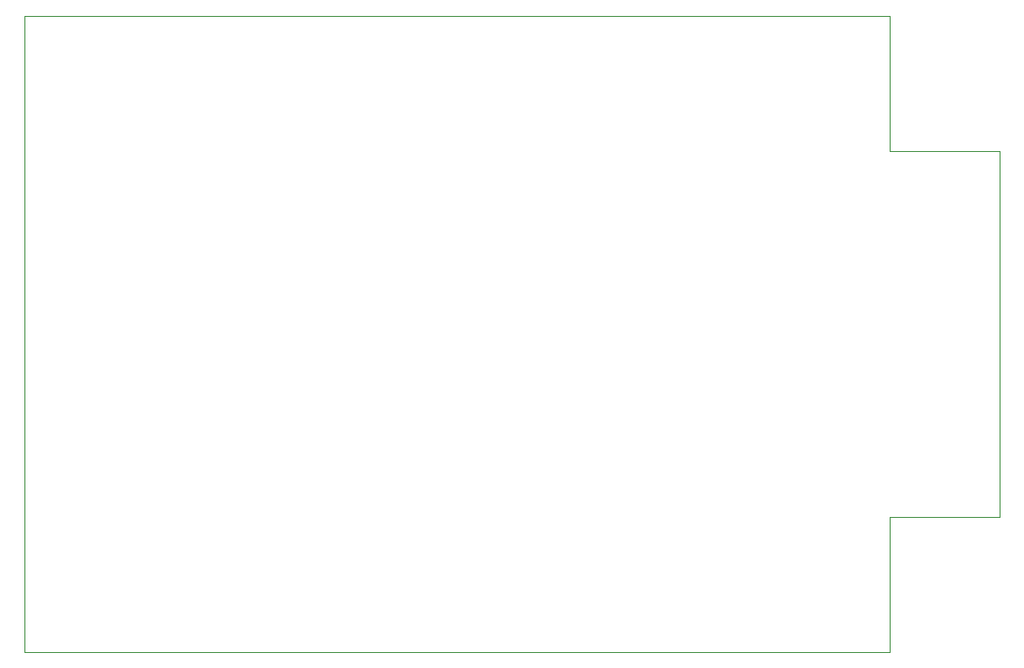
<source format=gm1>
%TF.GenerationSoftware,KiCad,Pcbnew,(5.1.7-0-10_14)*%
%TF.CreationDate,2021-01-04T14:16:26+09:00*%
%TF.ProjectId,rotomdriver,726f746f-6d64-4726-9976-65722e6b6963,rev?*%
%TF.SameCoordinates,Original*%
%TF.FileFunction,Profile,NP*%
%FSLAX46Y46*%
G04 Gerber Fmt 4.6, Leading zero omitted, Abs format (unit mm)*
G04 Created by KiCad (PCBNEW (5.1.7-0-10_14)) date 2021-01-04 14:16:26*
%MOMM*%
%LPD*%
G01*
G04 APERTURE LIST*
%TA.AperFunction,Profile*%
%ADD10C,0.050000*%
%TD*%
G04 APERTURE END LIST*
D10*
X87884000Y-12192000D02*
X87884000Y-45212000D01*
X77978000Y-12192000D02*
X87884000Y-12192000D01*
X77978000Y0D02*
X77978000Y-12192000D01*
X0Y0D02*
X77978000Y0D01*
X0Y-57404000D02*
X0Y0D01*
X77978000Y-57404000D02*
X0Y-57404000D01*
X77978000Y-45212000D02*
X77978000Y-57404000D01*
X87884000Y-45212000D02*
X77978000Y-45212000D01*
M02*

</source>
